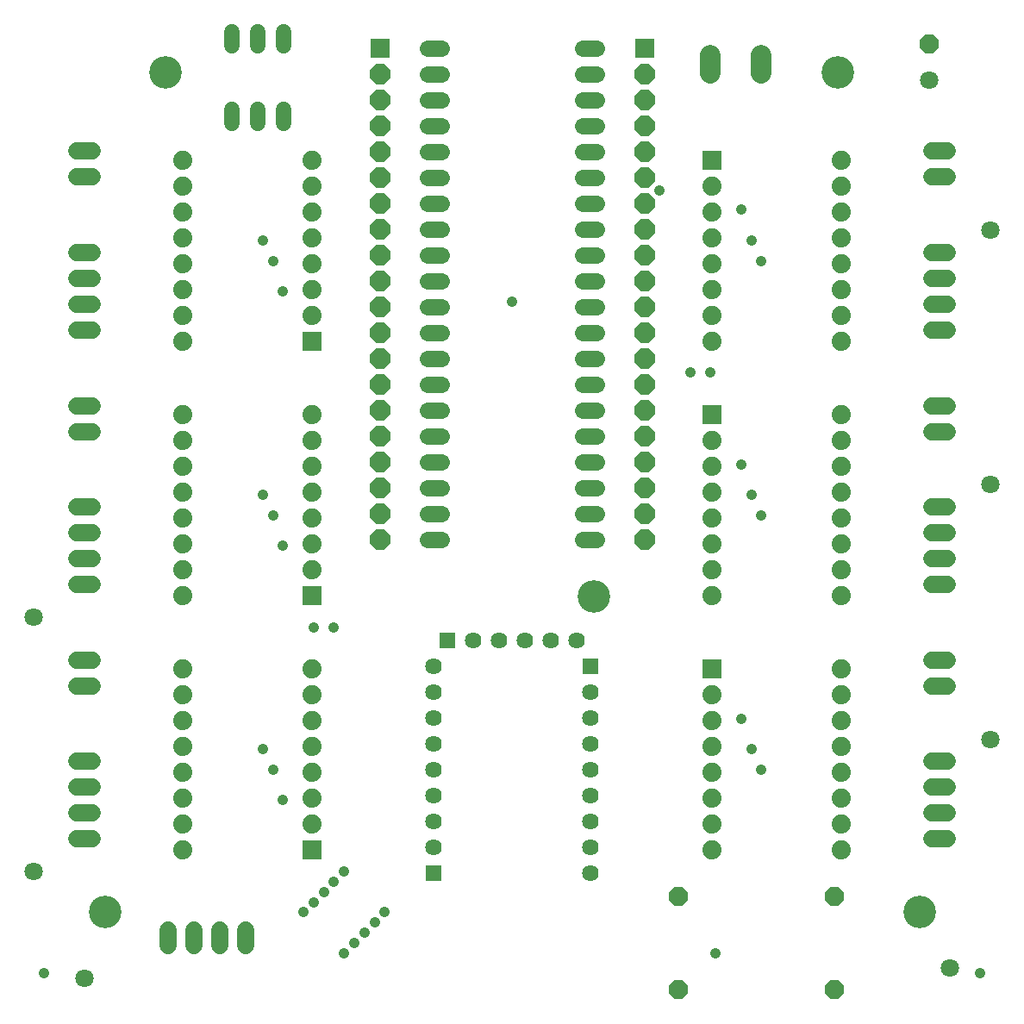
<source format=gbr>
G04 EAGLE Gerber RS-274X export*
G75*
%MOMM*%
%FSLAX34Y34*%
%LPD*%
%INSoldermask Bottom*%
%IPPOS*%
%AMOC8*
5,1,8,0,0,1.08239X$1,22.5*%
G01*
%ADD10C,3.203200*%
%ADD11C,1.611200*%
%ADD12C,1.879600*%
%ADD13R,1.879600X1.879600*%
%ADD14C,1.727200*%
%ADD15C,1.524000*%
%ADD16C,1.625600*%
%ADD17R,1.625600X1.625600*%
%ADD18C,1.993900*%
%ADD19P,1.951982X8X112.500000*%
%ADD20C,1.803400*%
%ADD21P,1.951766X8X112.500000*%
%ADD22P,2.144431X8X22.500000*%
%ADD23R,1.981200X1.981200*%
%ADD24C,1.059600*%
%ADD25C,1.803200*%


D10*
X820000Y925000D03*
X580000Y410000D03*
X900000Y100000D03*
X100000Y100000D03*
X160000Y925000D03*
D11*
X416760Y466000D02*
X430840Y466000D01*
X569160Y897800D02*
X583240Y897800D01*
X430840Y516800D02*
X416760Y516800D01*
X416760Y491400D02*
X430840Y491400D01*
X569160Y923200D02*
X583240Y923200D01*
X583240Y948600D02*
X569160Y948600D01*
X569160Y567600D02*
X583240Y567600D01*
X583240Y593000D02*
X569160Y593000D01*
X569160Y618400D02*
X583240Y618400D01*
X583240Y643800D02*
X569160Y643800D01*
X569160Y669200D02*
X583240Y669200D01*
X583240Y694600D02*
X569160Y694600D01*
X569160Y720000D02*
X583240Y720000D01*
X583240Y745400D02*
X569160Y745400D01*
X430840Y847000D02*
X416760Y847000D01*
X416760Y821600D02*
X430840Y821600D01*
X430840Y796200D02*
X416760Y796200D01*
X416760Y770800D02*
X430840Y770800D01*
X430840Y745400D02*
X416760Y745400D01*
X416760Y720000D02*
X430840Y720000D01*
X569160Y770800D02*
X583240Y770800D01*
X583240Y796200D02*
X569160Y796200D01*
X430840Y694600D02*
X416760Y694600D01*
X416760Y669200D02*
X430840Y669200D01*
X430840Y643800D02*
X416760Y643800D01*
X416760Y618400D02*
X430840Y618400D01*
X430840Y593000D02*
X416760Y593000D01*
X416760Y567600D02*
X430840Y567600D01*
X430840Y542200D02*
X416760Y542200D01*
X569160Y821600D02*
X583240Y821600D01*
X583240Y847000D02*
X569160Y847000D01*
X430840Y948600D02*
X416760Y948600D01*
X416760Y923200D02*
X430840Y923200D01*
X430840Y897800D02*
X416760Y897800D01*
X416760Y872400D02*
X430840Y872400D01*
X569160Y491400D02*
X583240Y491400D01*
X583240Y516800D02*
X569160Y516800D01*
X569160Y542200D02*
X583240Y542200D01*
X583240Y872400D02*
X569160Y872400D01*
X569160Y466000D02*
X583240Y466000D01*
D12*
X696500Y762700D03*
X823500Y762700D03*
X696500Y737300D03*
X696500Y711900D03*
X696500Y686500D03*
X696500Y661100D03*
X696500Y788100D03*
X696500Y813500D03*
D13*
X696500Y838900D03*
D12*
X823500Y788100D03*
X823500Y813500D03*
X823500Y838900D03*
X823500Y737300D03*
X823500Y711900D03*
X823500Y686500D03*
X823500Y661100D03*
X696500Y512700D03*
X823500Y512700D03*
X696500Y487300D03*
X696500Y461900D03*
X696500Y436500D03*
X696500Y411100D03*
X696500Y538100D03*
X696500Y563500D03*
D13*
X696500Y588900D03*
D12*
X823500Y538100D03*
X823500Y563500D03*
X823500Y588900D03*
X823500Y487300D03*
X823500Y461900D03*
X823500Y436500D03*
X823500Y411100D03*
X696500Y262700D03*
X823500Y262700D03*
X696500Y237300D03*
X696500Y211900D03*
X696500Y186500D03*
X696500Y161100D03*
X696500Y288100D03*
X696500Y313500D03*
D13*
X696500Y338900D03*
D12*
X823500Y288100D03*
X823500Y313500D03*
X823500Y338900D03*
X823500Y237300D03*
X823500Y211900D03*
X823500Y186500D03*
X823500Y161100D03*
X303500Y237300D03*
X176500Y237300D03*
X303500Y262700D03*
X303500Y288100D03*
X303500Y313500D03*
X303500Y338900D03*
X303500Y211900D03*
X303500Y186500D03*
D13*
X303500Y161100D03*
D12*
X176500Y211900D03*
X176500Y186500D03*
X176500Y161100D03*
X176500Y262700D03*
X176500Y288100D03*
X176500Y313500D03*
X176500Y338900D03*
X303500Y487300D03*
X176500Y487300D03*
X303500Y512700D03*
X303500Y538100D03*
X303500Y563500D03*
X303500Y588900D03*
X303500Y461900D03*
X303500Y436500D03*
D13*
X303500Y411100D03*
D12*
X176500Y461900D03*
X176500Y436500D03*
X176500Y411100D03*
X176500Y512700D03*
X176500Y538100D03*
X176500Y563500D03*
X176500Y588900D03*
X303500Y737300D03*
X176500Y737300D03*
X303500Y762700D03*
X303500Y788100D03*
X303500Y813500D03*
X303500Y838900D03*
X303500Y711900D03*
X303500Y686500D03*
D13*
X303500Y661100D03*
D12*
X176500Y711900D03*
X176500Y686500D03*
X176500Y661100D03*
X176500Y762700D03*
X176500Y788100D03*
X176500Y813500D03*
X176500Y838900D03*
D14*
X912380Y722700D02*
X927620Y722700D01*
X927620Y697300D02*
X912380Y697300D01*
X912380Y671900D02*
X927620Y671900D01*
X927620Y748100D02*
X912380Y748100D01*
X912380Y472700D02*
X927620Y472700D01*
X927620Y447300D02*
X912380Y447300D01*
X912380Y421900D02*
X927620Y421900D01*
X927620Y498100D02*
X912380Y498100D01*
X912380Y222700D02*
X927620Y222700D01*
X927620Y197300D02*
X912380Y197300D01*
X912380Y171900D02*
X927620Y171900D01*
X927620Y248100D02*
X912380Y248100D01*
X87620Y197300D02*
X72380Y197300D01*
X72380Y222700D02*
X87620Y222700D01*
X87620Y248100D02*
X72380Y248100D01*
X72380Y171900D02*
X87620Y171900D01*
X87620Y447300D02*
X72380Y447300D01*
X72380Y472700D02*
X87620Y472700D01*
X87620Y498100D02*
X72380Y498100D01*
X72380Y421900D02*
X87620Y421900D01*
X87620Y697300D02*
X72380Y697300D01*
X72380Y722700D02*
X87620Y722700D01*
X87620Y748100D02*
X72380Y748100D01*
X72380Y671900D02*
X87620Y671900D01*
D15*
X275400Y951496D02*
X275400Y964704D01*
X250000Y964704D02*
X250000Y951496D01*
X224600Y951496D02*
X224600Y964704D01*
X224600Y888504D02*
X224600Y875296D01*
X275400Y875296D02*
X275400Y888504D01*
X250000Y888504D02*
X250000Y875296D01*
D16*
X563490Y367300D03*
X538090Y367300D03*
X512690Y367300D03*
X487290Y367300D03*
X461890Y367300D03*
D17*
X436490Y367300D03*
X577000Y341600D03*
D16*
X577000Y316200D03*
X577000Y290800D03*
X577000Y265400D03*
X577000Y240000D03*
X577000Y214600D03*
X577000Y189200D03*
X577000Y163800D03*
X577000Y138400D03*
D17*
X423000Y138400D03*
D16*
X423000Y163800D03*
X423000Y189200D03*
X423000Y214600D03*
X423000Y240000D03*
X423000Y265400D03*
X423000Y290800D03*
X423000Y316200D03*
X423000Y341600D03*
D14*
X87620Y822300D02*
X72380Y822300D01*
X72380Y847700D02*
X87620Y847700D01*
X87620Y572300D02*
X72380Y572300D01*
X72380Y597700D02*
X87620Y597700D01*
X87620Y322300D02*
X72380Y322300D01*
X72380Y347700D02*
X87620Y347700D01*
X912380Y847700D02*
X927620Y847700D01*
X927620Y822300D02*
X912380Y822300D01*
X912380Y597700D02*
X927620Y597700D01*
X927620Y572300D02*
X912380Y572300D01*
X912380Y347700D02*
X927620Y347700D01*
X927620Y322300D02*
X912380Y322300D01*
X212700Y82620D02*
X212700Y67380D01*
X187300Y67380D02*
X187300Y82620D01*
X161900Y82620D02*
X161900Y67380D01*
X238100Y67380D02*
X238100Y82620D01*
D18*
X745000Y923747D02*
X745000Y941654D01*
X695000Y941654D02*
X695000Y923747D01*
D19*
X910000Y952780D03*
D20*
X910000Y917220D03*
D21*
X663500Y24000D03*
X663500Y116000D03*
X816500Y24000D03*
X816500Y116000D03*
D22*
X630000Y923200D03*
D23*
X630000Y948600D03*
D22*
X630000Y897800D03*
X630000Y872400D03*
X630000Y847000D03*
X630000Y821600D03*
X630000Y796200D03*
X630000Y770800D03*
X630000Y745400D03*
X630000Y720000D03*
X630000Y694600D03*
X630000Y669200D03*
X630000Y643800D03*
X630000Y618400D03*
X630000Y593000D03*
X630000Y567600D03*
X630000Y542200D03*
X630000Y516800D03*
X630000Y491400D03*
X630000Y466000D03*
X370000Y923200D03*
D23*
X370000Y948600D03*
D22*
X370000Y897800D03*
X370000Y872400D03*
X370000Y847000D03*
X370000Y821600D03*
X370000Y796200D03*
X370000Y770800D03*
X370000Y745400D03*
X370000Y720000D03*
X370000Y694600D03*
X370000Y669200D03*
X370000Y643800D03*
X370000Y618400D03*
X370000Y593000D03*
X370000Y567600D03*
X370000Y542200D03*
X370000Y516800D03*
X370000Y491400D03*
X370000Y466000D03*
D24*
X960000Y40000D03*
X40000Y40000D03*
X500000Y700000D03*
X295000Y100000D03*
X335000Y60000D03*
X700000Y60000D03*
X305000Y110000D03*
X345000Y70000D03*
X745000Y740000D03*
X745000Y490000D03*
X745000Y240000D03*
X255000Y260000D03*
X255000Y510000D03*
X255000Y760000D03*
D25*
X930000Y45000D03*
X80000Y35000D03*
X30000Y140000D03*
X30000Y390000D03*
X970000Y270000D03*
X970000Y520000D03*
X970000Y770000D03*
D24*
X335000Y140000D03*
X375000Y100000D03*
X325000Y130000D03*
X365000Y90000D03*
X725000Y790000D03*
X725000Y540000D03*
X725000Y290000D03*
X275000Y710000D03*
X275000Y460000D03*
X275000Y210000D03*
X315000Y120000D03*
X355000Y80000D03*
X735000Y760000D03*
X735000Y510000D03*
X735000Y260000D03*
X265000Y240000D03*
X265000Y490000D03*
X265000Y740000D03*
X645000Y809000D03*
X695000Y630000D03*
X675000Y630000D03*
X305000Y380000D03*
X325000Y380000D03*
M02*

</source>
